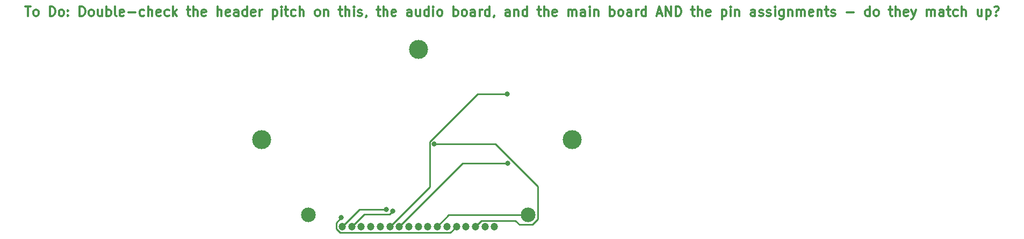
<source format=gbr>
%TF.GenerationSoftware,KiCad,Pcbnew,7.0.2-0*%
%TF.CreationDate,2023-11-12T18:26:11-05:00*%
%TF.ProjectId,LCD Module,4c434420-4d6f-4647-956c-652e6b696361,rev?*%
%TF.SameCoordinates,Original*%
%TF.FileFunction,Copper,L1,Top*%
%TF.FilePolarity,Positive*%
%FSLAX46Y46*%
G04 Gerber Fmt 4.6, Leading zero omitted, Abs format (unit mm)*
G04 Created by KiCad (PCBNEW 7.0.2-0) date 2023-11-12 18:26:11*
%MOMM*%
%LPD*%
G01*
G04 APERTURE LIST*
%ADD10C,0.300000*%
%TA.AperFunction,NonConductor*%
%ADD11C,0.300000*%
%TD*%
%TA.AperFunction,ComponentPad*%
%ADD12C,1.200000*%
%TD*%
%TA.AperFunction,ComponentPad*%
%ADD13C,2.310000*%
%TD*%
%TA.AperFunction,ViaPad*%
%ADD14C,3.000000*%
%TD*%
%TA.AperFunction,ViaPad*%
%ADD15C,0.800000*%
%TD*%
%TA.AperFunction,Conductor*%
%ADD16C,0.250000*%
%TD*%
G04 APERTURE END LIST*
D10*
D11*
X61102857Y-59276428D02*
X61960000Y-59276428D01*
X61531428Y-60776428D02*
X61531428Y-59276428D01*
X62674285Y-60776428D02*
X62531428Y-60705000D01*
X62531428Y-60705000D02*
X62459999Y-60633571D01*
X62459999Y-60633571D02*
X62388571Y-60490714D01*
X62388571Y-60490714D02*
X62388571Y-60062142D01*
X62388571Y-60062142D02*
X62459999Y-59919285D01*
X62459999Y-59919285D02*
X62531428Y-59847857D01*
X62531428Y-59847857D02*
X62674285Y-59776428D01*
X62674285Y-59776428D02*
X62888571Y-59776428D01*
X62888571Y-59776428D02*
X63031428Y-59847857D01*
X63031428Y-59847857D02*
X63102857Y-59919285D01*
X63102857Y-59919285D02*
X63174285Y-60062142D01*
X63174285Y-60062142D02*
X63174285Y-60490714D01*
X63174285Y-60490714D02*
X63102857Y-60633571D01*
X63102857Y-60633571D02*
X63031428Y-60705000D01*
X63031428Y-60705000D02*
X62888571Y-60776428D01*
X62888571Y-60776428D02*
X62674285Y-60776428D01*
X64959999Y-60776428D02*
X64959999Y-59276428D01*
X64959999Y-59276428D02*
X65317142Y-59276428D01*
X65317142Y-59276428D02*
X65531428Y-59347857D01*
X65531428Y-59347857D02*
X65674285Y-59490714D01*
X65674285Y-59490714D02*
X65745714Y-59633571D01*
X65745714Y-59633571D02*
X65817142Y-59919285D01*
X65817142Y-59919285D02*
X65817142Y-60133571D01*
X65817142Y-60133571D02*
X65745714Y-60419285D01*
X65745714Y-60419285D02*
X65674285Y-60562142D01*
X65674285Y-60562142D02*
X65531428Y-60705000D01*
X65531428Y-60705000D02*
X65317142Y-60776428D01*
X65317142Y-60776428D02*
X64959999Y-60776428D01*
X66674285Y-60776428D02*
X66531428Y-60705000D01*
X66531428Y-60705000D02*
X66459999Y-60633571D01*
X66459999Y-60633571D02*
X66388571Y-60490714D01*
X66388571Y-60490714D02*
X66388571Y-60062142D01*
X66388571Y-60062142D02*
X66459999Y-59919285D01*
X66459999Y-59919285D02*
X66531428Y-59847857D01*
X66531428Y-59847857D02*
X66674285Y-59776428D01*
X66674285Y-59776428D02*
X66888571Y-59776428D01*
X66888571Y-59776428D02*
X67031428Y-59847857D01*
X67031428Y-59847857D02*
X67102857Y-59919285D01*
X67102857Y-59919285D02*
X67174285Y-60062142D01*
X67174285Y-60062142D02*
X67174285Y-60490714D01*
X67174285Y-60490714D02*
X67102857Y-60633571D01*
X67102857Y-60633571D02*
X67031428Y-60705000D01*
X67031428Y-60705000D02*
X66888571Y-60776428D01*
X66888571Y-60776428D02*
X66674285Y-60776428D01*
X67817142Y-60633571D02*
X67888571Y-60705000D01*
X67888571Y-60705000D02*
X67817142Y-60776428D01*
X67817142Y-60776428D02*
X67745714Y-60705000D01*
X67745714Y-60705000D02*
X67817142Y-60633571D01*
X67817142Y-60633571D02*
X67817142Y-60776428D01*
X67817142Y-59847857D02*
X67888571Y-59919285D01*
X67888571Y-59919285D02*
X67817142Y-59990714D01*
X67817142Y-59990714D02*
X67745714Y-59919285D01*
X67745714Y-59919285D02*
X67817142Y-59847857D01*
X67817142Y-59847857D02*
X67817142Y-59990714D01*
X69674285Y-60776428D02*
X69674285Y-59276428D01*
X69674285Y-59276428D02*
X70031428Y-59276428D01*
X70031428Y-59276428D02*
X70245714Y-59347857D01*
X70245714Y-59347857D02*
X70388571Y-59490714D01*
X70388571Y-59490714D02*
X70460000Y-59633571D01*
X70460000Y-59633571D02*
X70531428Y-59919285D01*
X70531428Y-59919285D02*
X70531428Y-60133571D01*
X70531428Y-60133571D02*
X70460000Y-60419285D01*
X70460000Y-60419285D02*
X70388571Y-60562142D01*
X70388571Y-60562142D02*
X70245714Y-60705000D01*
X70245714Y-60705000D02*
X70031428Y-60776428D01*
X70031428Y-60776428D02*
X69674285Y-60776428D01*
X71388571Y-60776428D02*
X71245714Y-60705000D01*
X71245714Y-60705000D02*
X71174285Y-60633571D01*
X71174285Y-60633571D02*
X71102857Y-60490714D01*
X71102857Y-60490714D02*
X71102857Y-60062142D01*
X71102857Y-60062142D02*
X71174285Y-59919285D01*
X71174285Y-59919285D02*
X71245714Y-59847857D01*
X71245714Y-59847857D02*
X71388571Y-59776428D01*
X71388571Y-59776428D02*
X71602857Y-59776428D01*
X71602857Y-59776428D02*
X71745714Y-59847857D01*
X71745714Y-59847857D02*
X71817143Y-59919285D01*
X71817143Y-59919285D02*
X71888571Y-60062142D01*
X71888571Y-60062142D02*
X71888571Y-60490714D01*
X71888571Y-60490714D02*
X71817143Y-60633571D01*
X71817143Y-60633571D02*
X71745714Y-60705000D01*
X71745714Y-60705000D02*
X71602857Y-60776428D01*
X71602857Y-60776428D02*
X71388571Y-60776428D01*
X73174286Y-59776428D02*
X73174286Y-60776428D01*
X72531428Y-59776428D02*
X72531428Y-60562142D01*
X72531428Y-60562142D02*
X72602857Y-60705000D01*
X72602857Y-60705000D02*
X72745714Y-60776428D01*
X72745714Y-60776428D02*
X72960000Y-60776428D01*
X72960000Y-60776428D02*
X73102857Y-60705000D01*
X73102857Y-60705000D02*
X73174286Y-60633571D01*
X73888571Y-60776428D02*
X73888571Y-59276428D01*
X73888571Y-59847857D02*
X74031429Y-59776428D01*
X74031429Y-59776428D02*
X74317143Y-59776428D01*
X74317143Y-59776428D02*
X74460000Y-59847857D01*
X74460000Y-59847857D02*
X74531429Y-59919285D01*
X74531429Y-59919285D02*
X74602857Y-60062142D01*
X74602857Y-60062142D02*
X74602857Y-60490714D01*
X74602857Y-60490714D02*
X74531429Y-60633571D01*
X74531429Y-60633571D02*
X74460000Y-60705000D01*
X74460000Y-60705000D02*
X74317143Y-60776428D01*
X74317143Y-60776428D02*
X74031429Y-60776428D01*
X74031429Y-60776428D02*
X73888571Y-60705000D01*
X75460000Y-60776428D02*
X75317143Y-60705000D01*
X75317143Y-60705000D02*
X75245714Y-60562142D01*
X75245714Y-60562142D02*
X75245714Y-59276428D01*
X76602857Y-60705000D02*
X76460000Y-60776428D01*
X76460000Y-60776428D02*
X76174286Y-60776428D01*
X76174286Y-60776428D02*
X76031428Y-60705000D01*
X76031428Y-60705000D02*
X75960000Y-60562142D01*
X75960000Y-60562142D02*
X75960000Y-59990714D01*
X75960000Y-59990714D02*
X76031428Y-59847857D01*
X76031428Y-59847857D02*
X76174286Y-59776428D01*
X76174286Y-59776428D02*
X76460000Y-59776428D01*
X76460000Y-59776428D02*
X76602857Y-59847857D01*
X76602857Y-59847857D02*
X76674286Y-59990714D01*
X76674286Y-59990714D02*
X76674286Y-60133571D01*
X76674286Y-60133571D02*
X75960000Y-60276428D01*
X77317142Y-60205000D02*
X78460000Y-60205000D01*
X79817143Y-60705000D02*
X79674285Y-60776428D01*
X79674285Y-60776428D02*
X79388571Y-60776428D01*
X79388571Y-60776428D02*
X79245714Y-60705000D01*
X79245714Y-60705000D02*
X79174285Y-60633571D01*
X79174285Y-60633571D02*
X79102857Y-60490714D01*
X79102857Y-60490714D02*
X79102857Y-60062142D01*
X79102857Y-60062142D02*
X79174285Y-59919285D01*
X79174285Y-59919285D02*
X79245714Y-59847857D01*
X79245714Y-59847857D02*
X79388571Y-59776428D01*
X79388571Y-59776428D02*
X79674285Y-59776428D01*
X79674285Y-59776428D02*
X79817143Y-59847857D01*
X80459999Y-60776428D02*
X80459999Y-59276428D01*
X81102857Y-60776428D02*
X81102857Y-59990714D01*
X81102857Y-59990714D02*
X81031428Y-59847857D01*
X81031428Y-59847857D02*
X80888571Y-59776428D01*
X80888571Y-59776428D02*
X80674285Y-59776428D01*
X80674285Y-59776428D02*
X80531428Y-59847857D01*
X80531428Y-59847857D02*
X80459999Y-59919285D01*
X82388571Y-60705000D02*
X82245714Y-60776428D01*
X82245714Y-60776428D02*
X81960000Y-60776428D01*
X81960000Y-60776428D02*
X81817142Y-60705000D01*
X81817142Y-60705000D02*
X81745714Y-60562142D01*
X81745714Y-60562142D02*
X81745714Y-59990714D01*
X81745714Y-59990714D02*
X81817142Y-59847857D01*
X81817142Y-59847857D02*
X81960000Y-59776428D01*
X81960000Y-59776428D02*
X82245714Y-59776428D01*
X82245714Y-59776428D02*
X82388571Y-59847857D01*
X82388571Y-59847857D02*
X82460000Y-59990714D01*
X82460000Y-59990714D02*
X82460000Y-60133571D01*
X82460000Y-60133571D02*
X81745714Y-60276428D01*
X83745714Y-60705000D02*
X83602856Y-60776428D01*
X83602856Y-60776428D02*
X83317142Y-60776428D01*
X83317142Y-60776428D02*
X83174285Y-60705000D01*
X83174285Y-60705000D02*
X83102856Y-60633571D01*
X83102856Y-60633571D02*
X83031428Y-60490714D01*
X83031428Y-60490714D02*
X83031428Y-60062142D01*
X83031428Y-60062142D02*
X83102856Y-59919285D01*
X83102856Y-59919285D02*
X83174285Y-59847857D01*
X83174285Y-59847857D02*
X83317142Y-59776428D01*
X83317142Y-59776428D02*
X83602856Y-59776428D01*
X83602856Y-59776428D02*
X83745714Y-59847857D01*
X84388570Y-60776428D02*
X84388570Y-59276428D01*
X84531428Y-60205000D02*
X84959999Y-60776428D01*
X84959999Y-59776428D02*
X84388570Y-60347857D01*
X86531428Y-59776428D02*
X87102856Y-59776428D01*
X86745713Y-59276428D02*
X86745713Y-60562142D01*
X86745713Y-60562142D02*
X86817142Y-60705000D01*
X86817142Y-60705000D02*
X86959999Y-60776428D01*
X86959999Y-60776428D02*
X87102856Y-60776428D01*
X87602856Y-60776428D02*
X87602856Y-59276428D01*
X88245714Y-60776428D02*
X88245714Y-59990714D01*
X88245714Y-59990714D02*
X88174285Y-59847857D01*
X88174285Y-59847857D02*
X88031428Y-59776428D01*
X88031428Y-59776428D02*
X87817142Y-59776428D01*
X87817142Y-59776428D02*
X87674285Y-59847857D01*
X87674285Y-59847857D02*
X87602856Y-59919285D01*
X89531428Y-60705000D02*
X89388571Y-60776428D01*
X89388571Y-60776428D02*
X89102857Y-60776428D01*
X89102857Y-60776428D02*
X88959999Y-60705000D01*
X88959999Y-60705000D02*
X88888571Y-60562142D01*
X88888571Y-60562142D02*
X88888571Y-59990714D01*
X88888571Y-59990714D02*
X88959999Y-59847857D01*
X88959999Y-59847857D02*
X89102857Y-59776428D01*
X89102857Y-59776428D02*
X89388571Y-59776428D01*
X89388571Y-59776428D02*
X89531428Y-59847857D01*
X89531428Y-59847857D02*
X89602857Y-59990714D01*
X89602857Y-59990714D02*
X89602857Y-60133571D01*
X89602857Y-60133571D02*
X88888571Y-60276428D01*
X91388570Y-60776428D02*
X91388570Y-59276428D01*
X92031428Y-60776428D02*
X92031428Y-59990714D01*
X92031428Y-59990714D02*
X91959999Y-59847857D01*
X91959999Y-59847857D02*
X91817142Y-59776428D01*
X91817142Y-59776428D02*
X91602856Y-59776428D01*
X91602856Y-59776428D02*
X91459999Y-59847857D01*
X91459999Y-59847857D02*
X91388570Y-59919285D01*
X93317142Y-60705000D02*
X93174285Y-60776428D01*
X93174285Y-60776428D02*
X92888571Y-60776428D01*
X92888571Y-60776428D02*
X92745713Y-60705000D01*
X92745713Y-60705000D02*
X92674285Y-60562142D01*
X92674285Y-60562142D02*
X92674285Y-59990714D01*
X92674285Y-59990714D02*
X92745713Y-59847857D01*
X92745713Y-59847857D02*
X92888571Y-59776428D01*
X92888571Y-59776428D02*
X93174285Y-59776428D01*
X93174285Y-59776428D02*
X93317142Y-59847857D01*
X93317142Y-59847857D02*
X93388571Y-59990714D01*
X93388571Y-59990714D02*
X93388571Y-60133571D01*
X93388571Y-60133571D02*
X92674285Y-60276428D01*
X94674285Y-60776428D02*
X94674285Y-59990714D01*
X94674285Y-59990714D02*
X94602856Y-59847857D01*
X94602856Y-59847857D02*
X94459999Y-59776428D01*
X94459999Y-59776428D02*
X94174285Y-59776428D01*
X94174285Y-59776428D02*
X94031427Y-59847857D01*
X94674285Y-60705000D02*
X94531427Y-60776428D01*
X94531427Y-60776428D02*
X94174285Y-60776428D01*
X94174285Y-60776428D02*
X94031427Y-60705000D01*
X94031427Y-60705000D02*
X93959999Y-60562142D01*
X93959999Y-60562142D02*
X93959999Y-60419285D01*
X93959999Y-60419285D02*
X94031427Y-60276428D01*
X94031427Y-60276428D02*
X94174285Y-60205000D01*
X94174285Y-60205000D02*
X94531427Y-60205000D01*
X94531427Y-60205000D02*
X94674285Y-60133571D01*
X96031428Y-60776428D02*
X96031428Y-59276428D01*
X96031428Y-60705000D02*
X95888570Y-60776428D01*
X95888570Y-60776428D02*
X95602856Y-60776428D01*
X95602856Y-60776428D02*
X95459999Y-60705000D01*
X95459999Y-60705000D02*
X95388570Y-60633571D01*
X95388570Y-60633571D02*
X95317142Y-60490714D01*
X95317142Y-60490714D02*
X95317142Y-60062142D01*
X95317142Y-60062142D02*
X95388570Y-59919285D01*
X95388570Y-59919285D02*
X95459999Y-59847857D01*
X95459999Y-59847857D02*
X95602856Y-59776428D01*
X95602856Y-59776428D02*
X95888570Y-59776428D01*
X95888570Y-59776428D02*
X96031428Y-59847857D01*
X97317142Y-60705000D02*
X97174285Y-60776428D01*
X97174285Y-60776428D02*
X96888571Y-60776428D01*
X96888571Y-60776428D02*
X96745713Y-60705000D01*
X96745713Y-60705000D02*
X96674285Y-60562142D01*
X96674285Y-60562142D02*
X96674285Y-59990714D01*
X96674285Y-59990714D02*
X96745713Y-59847857D01*
X96745713Y-59847857D02*
X96888571Y-59776428D01*
X96888571Y-59776428D02*
X97174285Y-59776428D01*
X97174285Y-59776428D02*
X97317142Y-59847857D01*
X97317142Y-59847857D02*
X97388571Y-59990714D01*
X97388571Y-59990714D02*
X97388571Y-60133571D01*
X97388571Y-60133571D02*
X96674285Y-60276428D01*
X98031427Y-60776428D02*
X98031427Y-59776428D01*
X98031427Y-60062142D02*
X98102856Y-59919285D01*
X98102856Y-59919285D02*
X98174285Y-59847857D01*
X98174285Y-59847857D02*
X98317142Y-59776428D01*
X98317142Y-59776428D02*
X98459999Y-59776428D01*
X100102855Y-59776428D02*
X100102855Y-61276428D01*
X100102855Y-59847857D02*
X100245713Y-59776428D01*
X100245713Y-59776428D02*
X100531427Y-59776428D01*
X100531427Y-59776428D02*
X100674284Y-59847857D01*
X100674284Y-59847857D02*
X100745713Y-59919285D01*
X100745713Y-59919285D02*
X100817141Y-60062142D01*
X100817141Y-60062142D02*
X100817141Y-60490714D01*
X100817141Y-60490714D02*
X100745713Y-60633571D01*
X100745713Y-60633571D02*
X100674284Y-60705000D01*
X100674284Y-60705000D02*
X100531427Y-60776428D01*
X100531427Y-60776428D02*
X100245713Y-60776428D01*
X100245713Y-60776428D02*
X100102855Y-60705000D01*
X101459998Y-60776428D02*
X101459998Y-59776428D01*
X101459998Y-59276428D02*
X101388570Y-59347857D01*
X101388570Y-59347857D02*
X101459998Y-59419285D01*
X101459998Y-59419285D02*
X101531427Y-59347857D01*
X101531427Y-59347857D02*
X101459998Y-59276428D01*
X101459998Y-59276428D02*
X101459998Y-59419285D01*
X101959999Y-59776428D02*
X102531427Y-59776428D01*
X102174284Y-59276428D02*
X102174284Y-60562142D01*
X102174284Y-60562142D02*
X102245713Y-60705000D01*
X102245713Y-60705000D02*
X102388570Y-60776428D01*
X102388570Y-60776428D02*
X102531427Y-60776428D01*
X103674285Y-60705000D02*
X103531427Y-60776428D01*
X103531427Y-60776428D02*
X103245713Y-60776428D01*
X103245713Y-60776428D02*
X103102856Y-60705000D01*
X103102856Y-60705000D02*
X103031427Y-60633571D01*
X103031427Y-60633571D02*
X102959999Y-60490714D01*
X102959999Y-60490714D02*
X102959999Y-60062142D01*
X102959999Y-60062142D02*
X103031427Y-59919285D01*
X103031427Y-59919285D02*
X103102856Y-59847857D01*
X103102856Y-59847857D02*
X103245713Y-59776428D01*
X103245713Y-59776428D02*
X103531427Y-59776428D01*
X103531427Y-59776428D02*
X103674285Y-59847857D01*
X104317141Y-60776428D02*
X104317141Y-59276428D01*
X104959999Y-60776428D02*
X104959999Y-59990714D01*
X104959999Y-59990714D02*
X104888570Y-59847857D01*
X104888570Y-59847857D02*
X104745713Y-59776428D01*
X104745713Y-59776428D02*
X104531427Y-59776428D01*
X104531427Y-59776428D02*
X104388570Y-59847857D01*
X104388570Y-59847857D02*
X104317141Y-59919285D01*
X107031427Y-60776428D02*
X106888570Y-60705000D01*
X106888570Y-60705000D02*
X106817141Y-60633571D01*
X106817141Y-60633571D02*
X106745713Y-60490714D01*
X106745713Y-60490714D02*
X106745713Y-60062142D01*
X106745713Y-60062142D02*
X106817141Y-59919285D01*
X106817141Y-59919285D02*
X106888570Y-59847857D01*
X106888570Y-59847857D02*
X107031427Y-59776428D01*
X107031427Y-59776428D02*
X107245713Y-59776428D01*
X107245713Y-59776428D02*
X107388570Y-59847857D01*
X107388570Y-59847857D02*
X107459999Y-59919285D01*
X107459999Y-59919285D02*
X107531427Y-60062142D01*
X107531427Y-60062142D02*
X107531427Y-60490714D01*
X107531427Y-60490714D02*
X107459999Y-60633571D01*
X107459999Y-60633571D02*
X107388570Y-60705000D01*
X107388570Y-60705000D02*
X107245713Y-60776428D01*
X107245713Y-60776428D02*
X107031427Y-60776428D01*
X108174284Y-59776428D02*
X108174284Y-60776428D01*
X108174284Y-59919285D02*
X108245713Y-59847857D01*
X108245713Y-59847857D02*
X108388570Y-59776428D01*
X108388570Y-59776428D02*
X108602856Y-59776428D01*
X108602856Y-59776428D02*
X108745713Y-59847857D01*
X108745713Y-59847857D02*
X108817142Y-59990714D01*
X108817142Y-59990714D02*
X108817142Y-60776428D01*
X110459999Y-59776428D02*
X111031427Y-59776428D01*
X110674284Y-59276428D02*
X110674284Y-60562142D01*
X110674284Y-60562142D02*
X110745713Y-60705000D01*
X110745713Y-60705000D02*
X110888570Y-60776428D01*
X110888570Y-60776428D02*
X111031427Y-60776428D01*
X111531427Y-60776428D02*
X111531427Y-59276428D01*
X112174285Y-60776428D02*
X112174285Y-59990714D01*
X112174285Y-59990714D02*
X112102856Y-59847857D01*
X112102856Y-59847857D02*
X111959999Y-59776428D01*
X111959999Y-59776428D02*
X111745713Y-59776428D01*
X111745713Y-59776428D02*
X111602856Y-59847857D01*
X111602856Y-59847857D02*
X111531427Y-59919285D01*
X112888570Y-60776428D02*
X112888570Y-59776428D01*
X112888570Y-59276428D02*
X112817142Y-59347857D01*
X112817142Y-59347857D02*
X112888570Y-59419285D01*
X112888570Y-59419285D02*
X112959999Y-59347857D01*
X112959999Y-59347857D02*
X112888570Y-59276428D01*
X112888570Y-59276428D02*
X112888570Y-59419285D01*
X113531428Y-60705000D02*
X113674285Y-60776428D01*
X113674285Y-60776428D02*
X113959999Y-60776428D01*
X113959999Y-60776428D02*
X114102856Y-60705000D01*
X114102856Y-60705000D02*
X114174285Y-60562142D01*
X114174285Y-60562142D02*
X114174285Y-60490714D01*
X114174285Y-60490714D02*
X114102856Y-60347857D01*
X114102856Y-60347857D02*
X113959999Y-60276428D01*
X113959999Y-60276428D02*
X113745714Y-60276428D01*
X113745714Y-60276428D02*
X113602856Y-60205000D01*
X113602856Y-60205000D02*
X113531428Y-60062142D01*
X113531428Y-60062142D02*
X113531428Y-59990714D01*
X113531428Y-59990714D02*
X113602856Y-59847857D01*
X113602856Y-59847857D02*
X113745714Y-59776428D01*
X113745714Y-59776428D02*
X113959999Y-59776428D01*
X113959999Y-59776428D02*
X114102856Y-59847857D01*
X114888571Y-60705000D02*
X114888571Y-60776428D01*
X114888571Y-60776428D02*
X114817142Y-60919285D01*
X114817142Y-60919285D02*
X114745714Y-60990714D01*
X116460000Y-59776428D02*
X117031428Y-59776428D01*
X116674285Y-59276428D02*
X116674285Y-60562142D01*
X116674285Y-60562142D02*
X116745714Y-60705000D01*
X116745714Y-60705000D02*
X116888571Y-60776428D01*
X116888571Y-60776428D02*
X117031428Y-60776428D01*
X117531428Y-60776428D02*
X117531428Y-59276428D01*
X118174286Y-60776428D02*
X118174286Y-59990714D01*
X118174286Y-59990714D02*
X118102857Y-59847857D01*
X118102857Y-59847857D02*
X117960000Y-59776428D01*
X117960000Y-59776428D02*
X117745714Y-59776428D01*
X117745714Y-59776428D02*
X117602857Y-59847857D01*
X117602857Y-59847857D02*
X117531428Y-59919285D01*
X119460000Y-60705000D02*
X119317143Y-60776428D01*
X119317143Y-60776428D02*
X119031429Y-60776428D01*
X119031429Y-60776428D02*
X118888571Y-60705000D01*
X118888571Y-60705000D02*
X118817143Y-60562142D01*
X118817143Y-60562142D02*
X118817143Y-59990714D01*
X118817143Y-59990714D02*
X118888571Y-59847857D01*
X118888571Y-59847857D02*
X119031429Y-59776428D01*
X119031429Y-59776428D02*
X119317143Y-59776428D01*
X119317143Y-59776428D02*
X119460000Y-59847857D01*
X119460000Y-59847857D02*
X119531429Y-59990714D01*
X119531429Y-59990714D02*
X119531429Y-60133571D01*
X119531429Y-60133571D02*
X118817143Y-60276428D01*
X121960000Y-60776428D02*
X121960000Y-59990714D01*
X121960000Y-59990714D02*
X121888571Y-59847857D01*
X121888571Y-59847857D02*
X121745714Y-59776428D01*
X121745714Y-59776428D02*
X121460000Y-59776428D01*
X121460000Y-59776428D02*
X121317142Y-59847857D01*
X121960000Y-60705000D02*
X121817142Y-60776428D01*
X121817142Y-60776428D02*
X121460000Y-60776428D01*
X121460000Y-60776428D02*
X121317142Y-60705000D01*
X121317142Y-60705000D02*
X121245714Y-60562142D01*
X121245714Y-60562142D02*
X121245714Y-60419285D01*
X121245714Y-60419285D02*
X121317142Y-60276428D01*
X121317142Y-60276428D02*
X121460000Y-60205000D01*
X121460000Y-60205000D02*
X121817142Y-60205000D01*
X121817142Y-60205000D02*
X121960000Y-60133571D01*
X123317143Y-59776428D02*
X123317143Y-60776428D01*
X122674285Y-59776428D02*
X122674285Y-60562142D01*
X122674285Y-60562142D02*
X122745714Y-60705000D01*
X122745714Y-60705000D02*
X122888571Y-60776428D01*
X122888571Y-60776428D02*
X123102857Y-60776428D01*
X123102857Y-60776428D02*
X123245714Y-60705000D01*
X123245714Y-60705000D02*
X123317143Y-60633571D01*
X124674286Y-60776428D02*
X124674286Y-59276428D01*
X124674286Y-60705000D02*
X124531428Y-60776428D01*
X124531428Y-60776428D02*
X124245714Y-60776428D01*
X124245714Y-60776428D02*
X124102857Y-60705000D01*
X124102857Y-60705000D02*
X124031428Y-60633571D01*
X124031428Y-60633571D02*
X123960000Y-60490714D01*
X123960000Y-60490714D02*
X123960000Y-60062142D01*
X123960000Y-60062142D02*
X124031428Y-59919285D01*
X124031428Y-59919285D02*
X124102857Y-59847857D01*
X124102857Y-59847857D02*
X124245714Y-59776428D01*
X124245714Y-59776428D02*
X124531428Y-59776428D01*
X124531428Y-59776428D02*
X124674286Y-59847857D01*
X125388571Y-60776428D02*
X125388571Y-59776428D01*
X125388571Y-59276428D02*
X125317143Y-59347857D01*
X125317143Y-59347857D02*
X125388571Y-59419285D01*
X125388571Y-59419285D02*
X125460000Y-59347857D01*
X125460000Y-59347857D02*
X125388571Y-59276428D01*
X125388571Y-59276428D02*
X125388571Y-59419285D01*
X126317143Y-60776428D02*
X126174286Y-60705000D01*
X126174286Y-60705000D02*
X126102857Y-60633571D01*
X126102857Y-60633571D02*
X126031429Y-60490714D01*
X126031429Y-60490714D02*
X126031429Y-60062142D01*
X126031429Y-60062142D02*
X126102857Y-59919285D01*
X126102857Y-59919285D02*
X126174286Y-59847857D01*
X126174286Y-59847857D02*
X126317143Y-59776428D01*
X126317143Y-59776428D02*
X126531429Y-59776428D01*
X126531429Y-59776428D02*
X126674286Y-59847857D01*
X126674286Y-59847857D02*
X126745715Y-59919285D01*
X126745715Y-59919285D02*
X126817143Y-60062142D01*
X126817143Y-60062142D02*
X126817143Y-60490714D01*
X126817143Y-60490714D02*
X126745715Y-60633571D01*
X126745715Y-60633571D02*
X126674286Y-60705000D01*
X126674286Y-60705000D02*
X126531429Y-60776428D01*
X126531429Y-60776428D02*
X126317143Y-60776428D01*
X128602857Y-60776428D02*
X128602857Y-59276428D01*
X128602857Y-59847857D02*
X128745715Y-59776428D01*
X128745715Y-59776428D02*
X129031429Y-59776428D01*
X129031429Y-59776428D02*
X129174286Y-59847857D01*
X129174286Y-59847857D02*
X129245715Y-59919285D01*
X129245715Y-59919285D02*
X129317143Y-60062142D01*
X129317143Y-60062142D02*
X129317143Y-60490714D01*
X129317143Y-60490714D02*
X129245715Y-60633571D01*
X129245715Y-60633571D02*
X129174286Y-60705000D01*
X129174286Y-60705000D02*
X129031429Y-60776428D01*
X129031429Y-60776428D02*
X128745715Y-60776428D01*
X128745715Y-60776428D02*
X128602857Y-60705000D01*
X130174286Y-60776428D02*
X130031429Y-60705000D01*
X130031429Y-60705000D02*
X129960000Y-60633571D01*
X129960000Y-60633571D02*
X129888572Y-60490714D01*
X129888572Y-60490714D02*
X129888572Y-60062142D01*
X129888572Y-60062142D02*
X129960000Y-59919285D01*
X129960000Y-59919285D02*
X130031429Y-59847857D01*
X130031429Y-59847857D02*
X130174286Y-59776428D01*
X130174286Y-59776428D02*
X130388572Y-59776428D01*
X130388572Y-59776428D02*
X130531429Y-59847857D01*
X130531429Y-59847857D02*
X130602858Y-59919285D01*
X130602858Y-59919285D02*
X130674286Y-60062142D01*
X130674286Y-60062142D02*
X130674286Y-60490714D01*
X130674286Y-60490714D02*
X130602858Y-60633571D01*
X130602858Y-60633571D02*
X130531429Y-60705000D01*
X130531429Y-60705000D02*
X130388572Y-60776428D01*
X130388572Y-60776428D02*
X130174286Y-60776428D01*
X131960001Y-60776428D02*
X131960001Y-59990714D01*
X131960001Y-59990714D02*
X131888572Y-59847857D01*
X131888572Y-59847857D02*
X131745715Y-59776428D01*
X131745715Y-59776428D02*
X131460001Y-59776428D01*
X131460001Y-59776428D02*
X131317143Y-59847857D01*
X131960001Y-60705000D02*
X131817143Y-60776428D01*
X131817143Y-60776428D02*
X131460001Y-60776428D01*
X131460001Y-60776428D02*
X131317143Y-60705000D01*
X131317143Y-60705000D02*
X131245715Y-60562142D01*
X131245715Y-60562142D02*
X131245715Y-60419285D01*
X131245715Y-60419285D02*
X131317143Y-60276428D01*
X131317143Y-60276428D02*
X131460001Y-60205000D01*
X131460001Y-60205000D02*
X131817143Y-60205000D01*
X131817143Y-60205000D02*
X131960001Y-60133571D01*
X132674286Y-60776428D02*
X132674286Y-59776428D01*
X132674286Y-60062142D02*
X132745715Y-59919285D01*
X132745715Y-59919285D02*
X132817144Y-59847857D01*
X132817144Y-59847857D02*
X132960001Y-59776428D01*
X132960001Y-59776428D02*
X133102858Y-59776428D01*
X134245715Y-60776428D02*
X134245715Y-59276428D01*
X134245715Y-60705000D02*
X134102857Y-60776428D01*
X134102857Y-60776428D02*
X133817143Y-60776428D01*
X133817143Y-60776428D02*
X133674286Y-60705000D01*
X133674286Y-60705000D02*
X133602857Y-60633571D01*
X133602857Y-60633571D02*
X133531429Y-60490714D01*
X133531429Y-60490714D02*
X133531429Y-60062142D01*
X133531429Y-60062142D02*
X133602857Y-59919285D01*
X133602857Y-59919285D02*
X133674286Y-59847857D01*
X133674286Y-59847857D02*
X133817143Y-59776428D01*
X133817143Y-59776428D02*
X134102857Y-59776428D01*
X134102857Y-59776428D02*
X134245715Y-59847857D01*
X135031429Y-60705000D02*
X135031429Y-60776428D01*
X135031429Y-60776428D02*
X134960000Y-60919285D01*
X134960000Y-60919285D02*
X134888572Y-60990714D01*
X137460001Y-60776428D02*
X137460001Y-59990714D01*
X137460001Y-59990714D02*
X137388572Y-59847857D01*
X137388572Y-59847857D02*
X137245715Y-59776428D01*
X137245715Y-59776428D02*
X136960001Y-59776428D01*
X136960001Y-59776428D02*
X136817143Y-59847857D01*
X137460001Y-60705000D02*
X137317143Y-60776428D01*
X137317143Y-60776428D02*
X136960001Y-60776428D01*
X136960001Y-60776428D02*
X136817143Y-60705000D01*
X136817143Y-60705000D02*
X136745715Y-60562142D01*
X136745715Y-60562142D02*
X136745715Y-60419285D01*
X136745715Y-60419285D02*
X136817143Y-60276428D01*
X136817143Y-60276428D02*
X136960001Y-60205000D01*
X136960001Y-60205000D02*
X137317143Y-60205000D01*
X137317143Y-60205000D02*
X137460001Y-60133571D01*
X138174286Y-59776428D02*
X138174286Y-60776428D01*
X138174286Y-59919285D02*
X138245715Y-59847857D01*
X138245715Y-59847857D02*
X138388572Y-59776428D01*
X138388572Y-59776428D02*
X138602858Y-59776428D01*
X138602858Y-59776428D02*
X138745715Y-59847857D01*
X138745715Y-59847857D02*
X138817144Y-59990714D01*
X138817144Y-59990714D02*
X138817144Y-60776428D01*
X140174287Y-60776428D02*
X140174287Y-59276428D01*
X140174287Y-60705000D02*
X140031429Y-60776428D01*
X140031429Y-60776428D02*
X139745715Y-60776428D01*
X139745715Y-60776428D02*
X139602858Y-60705000D01*
X139602858Y-60705000D02*
X139531429Y-60633571D01*
X139531429Y-60633571D02*
X139460001Y-60490714D01*
X139460001Y-60490714D02*
X139460001Y-60062142D01*
X139460001Y-60062142D02*
X139531429Y-59919285D01*
X139531429Y-59919285D02*
X139602858Y-59847857D01*
X139602858Y-59847857D02*
X139745715Y-59776428D01*
X139745715Y-59776428D02*
X140031429Y-59776428D01*
X140031429Y-59776428D02*
X140174287Y-59847857D01*
X141817144Y-59776428D02*
X142388572Y-59776428D01*
X142031429Y-59276428D02*
X142031429Y-60562142D01*
X142031429Y-60562142D02*
X142102858Y-60705000D01*
X142102858Y-60705000D02*
X142245715Y-60776428D01*
X142245715Y-60776428D02*
X142388572Y-60776428D01*
X142888572Y-60776428D02*
X142888572Y-59276428D01*
X143531430Y-60776428D02*
X143531430Y-59990714D01*
X143531430Y-59990714D02*
X143460001Y-59847857D01*
X143460001Y-59847857D02*
X143317144Y-59776428D01*
X143317144Y-59776428D02*
X143102858Y-59776428D01*
X143102858Y-59776428D02*
X142960001Y-59847857D01*
X142960001Y-59847857D02*
X142888572Y-59919285D01*
X144817144Y-60705000D02*
X144674287Y-60776428D01*
X144674287Y-60776428D02*
X144388573Y-60776428D01*
X144388573Y-60776428D02*
X144245715Y-60705000D01*
X144245715Y-60705000D02*
X144174287Y-60562142D01*
X144174287Y-60562142D02*
X144174287Y-59990714D01*
X144174287Y-59990714D02*
X144245715Y-59847857D01*
X144245715Y-59847857D02*
X144388573Y-59776428D01*
X144388573Y-59776428D02*
X144674287Y-59776428D01*
X144674287Y-59776428D02*
X144817144Y-59847857D01*
X144817144Y-59847857D02*
X144888573Y-59990714D01*
X144888573Y-59990714D02*
X144888573Y-60133571D01*
X144888573Y-60133571D02*
X144174287Y-60276428D01*
X146674286Y-60776428D02*
X146674286Y-59776428D01*
X146674286Y-59919285D02*
X146745715Y-59847857D01*
X146745715Y-59847857D02*
X146888572Y-59776428D01*
X146888572Y-59776428D02*
X147102858Y-59776428D01*
X147102858Y-59776428D02*
X147245715Y-59847857D01*
X147245715Y-59847857D02*
X147317144Y-59990714D01*
X147317144Y-59990714D02*
X147317144Y-60776428D01*
X147317144Y-59990714D02*
X147388572Y-59847857D01*
X147388572Y-59847857D02*
X147531429Y-59776428D01*
X147531429Y-59776428D02*
X147745715Y-59776428D01*
X147745715Y-59776428D02*
X147888572Y-59847857D01*
X147888572Y-59847857D02*
X147960001Y-59990714D01*
X147960001Y-59990714D02*
X147960001Y-60776428D01*
X149317144Y-60776428D02*
X149317144Y-59990714D01*
X149317144Y-59990714D02*
X149245715Y-59847857D01*
X149245715Y-59847857D02*
X149102858Y-59776428D01*
X149102858Y-59776428D02*
X148817144Y-59776428D01*
X148817144Y-59776428D02*
X148674286Y-59847857D01*
X149317144Y-60705000D02*
X149174286Y-60776428D01*
X149174286Y-60776428D02*
X148817144Y-60776428D01*
X148817144Y-60776428D02*
X148674286Y-60705000D01*
X148674286Y-60705000D02*
X148602858Y-60562142D01*
X148602858Y-60562142D02*
X148602858Y-60419285D01*
X148602858Y-60419285D02*
X148674286Y-60276428D01*
X148674286Y-60276428D02*
X148817144Y-60205000D01*
X148817144Y-60205000D02*
X149174286Y-60205000D01*
X149174286Y-60205000D02*
X149317144Y-60133571D01*
X150031429Y-60776428D02*
X150031429Y-59776428D01*
X150031429Y-59276428D02*
X149960001Y-59347857D01*
X149960001Y-59347857D02*
X150031429Y-59419285D01*
X150031429Y-59419285D02*
X150102858Y-59347857D01*
X150102858Y-59347857D02*
X150031429Y-59276428D01*
X150031429Y-59276428D02*
X150031429Y-59419285D01*
X150745715Y-59776428D02*
X150745715Y-60776428D01*
X150745715Y-59919285D02*
X150817144Y-59847857D01*
X150817144Y-59847857D02*
X150960001Y-59776428D01*
X150960001Y-59776428D02*
X151174287Y-59776428D01*
X151174287Y-59776428D02*
X151317144Y-59847857D01*
X151317144Y-59847857D02*
X151388573Y-59990714D01*
X151388573Y-59990714D02*
X151388573Y-60776428D01*
X153245715Y-60776428D02*
X153245715Y-59276428D01*
X153245715Y-59847857D02*
X153388573Y-59776428D01*
X153388573Y-59776428D02*
X153674287Y-59776428D01*
X153674287Y-59776428D02*
X153817144Y-59847857D01*
X153817144Y-59847857D02*
X153888573Y-59919285D01*
X153888573Y-59919285D02*
X153960001Y-60062142D01*
X153960001Y-60062142D02*
X153960001Y-60490714D01*
X153960001Y-60490714D02*
X153888573Y-60633571D01*
X153888573Y-60633571D02*
X153817144Y-60705000D01*
X153817144Y-60705000D02*
X153674287Y-60776428D01*
X153674287Y-60776428D02*
X153388573Y-60776428D01*
X153388573Y-60776428D02*
X153245715Y-60705000D01*
X154817144Y-60776428D02*
X154674287Y-60705000D01*
X154674287Y-60705000D02*
X154602858Y-60633571D01*
X154602858Y-60633571D02*
X154531430Y-60490714D01*
X154531430Y-60490714D02*
X154531430Y-60062142D01*
X154531430Y-60062142D02*
X154602858Y-59919285D01*
X154602858Y-59919285D02*
X154674287Y-59847857D01*
X154674287Y-59847857D02*
X154817144Y-59776428D01*
X154817144Y-59776428D02*
X155031430Y-59776428D01*
X155031430Y-59776428D02*
X155174287Y-59847857D01*
X155174287Y-59847857D02*
X155245716Y-59919285D01*
X155245716Y-59919285D02*
X155317144Y-60062142D01*
X155317144Y-60062142D02*
X155317144Y-60490714D01*
X155317144Y-60490714D02*
X155245716Y-60633571D01*
X155245716Y-60633571D02*
X155174287Y-60705000D01*
X155174287Y-60705000D02*
X155031430Y-60776428D01*
X155031430Y-60776428D02*
X154817144Y-60776428D01*
X156602859Y-60776428D02*
X156602859Y-59990714D01*
X156602859Y-59990714D02*
X156531430Y-59847857D01*
X156531430Y-59847857D02*
X156388573Y-59776428D01*
X156388573Y-59776428D02*
X156102859Y-59776428D01*
X156102859Y-59776428D02*
X155960001Y-59847857D01*
X156602859Y-60705000D02*
X156460001Y-60776428D01*
X156460001Y-60776428D02*
X156102859Y-60776428D01*
X156102859Y-60776428D02*
X155960001Y-60705000D01*
X155960001Y-60705000D02*
X155888573Y-60562142D01*
X155888573Y-60562142D02*
X155888573Y-60419285D01*
X155888573Y-60419285D02*
X155960001Y-60276428D01*
X155960001Y-60276428D02*
X156102859Y-60205000D01*
X156102859Y-60205000D02*
X156460001Y-60205000D01*
X156460001Y-60205000D02*
X156602859Y-60133571D01*
X157317144Y-60776428D02*
X157317144Y-59776428D01*
X157317144Y-60062142D02*
X157388573Y-59919285D01*
X157388573Y-59919285D02*
X157460002Y-59847857D01*
X157460002Y-59847857D02*
X157602859Y-59776428D01*
X157602859Y-59776428D02*
X157745716Y-59776428D01*
X158888573Y-60776428D02*
X158888573Y-59276428D01*
X158888573Y-60705000D02*
X158745715Y-60776428D01*
X158745715Y-60776428D02*
X158460001Y-60776428D01*
X158460001Y-60776428D02*
X158317144Y-60705000D01*
X158317144Y-60705000D02*
X158245715Y-60633571D01*
X158245715Y-60633571D02*
X158174287Y-60490714D01*
X158174287Y-60490714D02*
X158174287Y-60062142D01*
X158174287Y-60062142D02*
X158245715Y-59919285D01*
X158245715Y-59919285D02*
X158317144Y-59847857D01*
X158317144Y-59847857D02*
X158460001Y-59776428D01*
X158460001Y-59776428D02*
X158745715Y-59776428D01*
X158745715Y-59776428D02*
X158888573Y-59847857D01*
X160674287Y-60347857D02*
X161388573Y-60347857D01*
X160531430Y-60776428D02*
X161031430Y-59276428D01*
X161031430Y-59276428D02*
X161531430Y-60776428D01*
X162031429Y-60776428D02*
X162031429Y-59276428D01*
X162031429Y-59276428D02*
X162888572Y-60776428D01*
X162888572Y-60776428D02*
X162888572Y-59276428D01*
X163602858Y-60776428D02*
X163602858Y-59276428D01*
X163602858Y-59276428D02*
X163960001Y-59276428D01*
X163960001Y-59276428D02*
X164174287Y-59347857D01*
X164174287Y-59347857D02*
X164317144Y-59490714D01*
X164317144Y-59490714D02*
X164388573Y-59633571D01*
X164388573Y-59633571D02*
X164460001Y-59919285D01*
X164460001Y-59919285D02*
X164460001Y-60133571D01*
X164460001Y-60133571D02*
X164388573Y-60419285D01*
X164388573Y-60419285D02*
X164317144Y-60562142D01*
X164317144Y-60562142D02*
X164174287Y-60705000D01*
X164174287Y-60705000D02*
X163960001Y-60776428D01*
X163960001Y-60776428D02*
X163602858Y-60776428D01*
X166031430Y-59776428D02*
X166602858Y-59776428D01*
X166245715Y-59276428D02*
X166245715Y-60562142D01*
X166245715Y-60562142D02*
X166317144Y-60705000D01*
X166317144Y-60705000D02*
X166460001Y-60776428D01*
X166460001Y-60776428D02*
X166602858Y-60776428D01*
X167102858Y-60776428D02*
X167102858Y-59276428D01*
X167745716Y-60776428D02*
X167745716Y-59990714D01*
X167745716Y-59990714D02*
X167674287Y-59847857D01*
X167674287Y-59847857D02*
X167531430Y-59776428D01*
X167531430Y-59776428D02*
X167317144Y-59776428D01*
X167317144Y-59776428D02*
X167174287Y-59847857D01*
X167174287Y-59847857D02*
X167102858Y-59919285D01*
X169031430Y-60705000D02*
X168888573Y-60776428D01*
X168888573Y-60776428D02*
X168602859Y-60776428D01*
X168602859Y-60776428D02*
X168460001Y-60705000D01*
X168460001Y-60705000D02*
X168388573Y-60562142D01*
X168388573Y-60562142D02*
X168388573Y-59990714D01*
X168388573Y-59990714D02*
X168460001Y-59847857D01*
X168460001Y-59847857D02*
X168602859Y-59776428D01*
X168602859Y-59776428D02*
X168888573Y-59776428D01*
X168888573Y-59776428D02*
X169031430Y-59847857D01*
X169031430Y-59847857D02*
X169102859Y-59990714D01*
X169102859Y-59990714D02*
X169102859Y-60133571D01*
X169102859Y-60133571D02*
X168388573Y-60276428D01*
X170888572Y-59776428D02*
X170888572Y-61276428D01*
X170888572Y-59847857D02*
X171031430Y-59776428D01*
X171031430Y-59776428D02*
X171317144Y-59776428D01*
X171317144Y-59776428D02*
X171460001Y-59847857D01*
X171460001Y-59847857D02*
X171531430Y-59919285D01*
X171531430Y-59919285D02*
X171602858Y-60062142D01*
X171602858Y-60062142D02*
X171602858Y-60490714D01*
X171602858Y-60490714D02*
X171531430Y-60633571D01*
X171531430Y-60633571D02*
X171460001Y-60705000D01*
X171460001Y-60705000D02*
X171317144Y-60776428D01*
X171317144Y-60776428D02*
X171031430Y-60776428D01*
X171031430Y-60776428D02*
X170888572Y-60705000D01*
X172245715Y-60776428D02*
X172245715Y-59776428D01*
X172245715Y-59276428D02*
X172174287Y-59347857D01*
X172174287Y-59347857D02*
X172245715Y-59419285D01*
X172245715Y-59419285D02*
X172317144Y-59347857D01*
X172317144Y-59347857D02*
X172245715Y-59276428D01*
X172245715Y-59276428D02*
X172245715Y-59419285D01*
X172960001Y-59776428D02*
X172960001Y-60776428D01*
X172960001Y-59919285D02*
X173031430Y-59847857D01*
X173031430Y-59847857D02*
X173174287Y-59776428D01*
X173174287Y-59776428D02*
X173388573Y-59776428D01*
X173388573Y-59776428D02*
X173531430Y-59847857D01*
X173531430Y-59847857D02*
X173602859Y-59990714D01*
X173602859Y-59990714D02*
X173602859Y-60776428D01*
X176102859Y-60776428D02*
X176102859Y-59990714D01*
X176102859Y-59990714D02*
X176031430Y-59847857D01*
X176031430Y-59847857D02*
X175888573Y-59776428D01*
X175888573Y-59776428D02*
X175602859Y-59776428D01*
X175602859Y-59776428D02*
X175460001Y-59847857D01*
X176102859Y-60705000D02*
X175960001Y-60776428D01*
X175960001Y-60776428D02*
X175602859Y-60776428D01*
X175602859Y-60776428D02*
X175460001Y-60705000D01*
X175460001Y-60705000D02*
X175388573Y-60562142D01*
X175388573Y-60562142D02*
X175388573Y-60419285D01*
X175388573Y-60419285D02*
X175460001Y-60276428D01*
X175460001Y-60276428D02*
X175602859Y-60205000D01*
X175602859Y-60205000D02*
X175960001Y-60205000D01*
X175960001Y-60205000D02*
X176102859Y-60133571D01*
X176745716Y-60705000D02*
X176888573Y-60776428D01*
X176888573Y-60776428D02*
X177174287Y-60776428D01*
X177174287Y-60776428D02*
X177317144Y-60705000D01*
X177317144Y-60705000D02*
X177388573Y-60562142D01*
X177388573Y-60562142D02*
X177388573Y-60490714D01*
X177388573Y-60490714D02*
X177317144Y-60347857D01*
X177317144Y-60347857D02*
X177174287Y-60276428D01*
X177174287Y-60276428D02*
X176960002Y-60276428D01*
X176960002Y-60276428D02*
X176817144Y-60205000D01*
X176817144Y-60205000D02*
X176745716Y-60062142D01*
X176745716Y-60062142D02*
X176745716Y-59990714D01*
X176745716Y-59990714D02*
X176817144Y-59847857D01*
X176817144Y-59847857D02*
X176960002Y-59776428D01*
X176960002Y-59776428D02*
X177174287Y-59776428D01*
X177174287Y-59776428D02*
X177317144Y-59847857D01*
X177960002Y-60705000D02*
X178102859Y-60776428D01*
X178102859Y-60776428D02*
X178388573Y-60776428D01*
X178388573Y-60776428D02*
X178531430Y-60705000D01*
X178531430Y-60705000D02*
X178602859Y-60562142D01*
X178602859Y-60562142D02*
X178602859Y-60490714D01*
X178602859Y-60490714D02*
X178531430Y-60347857D01*
X178531430Y-60347857D02*
X178388573Y-60276428D01*
X178388573Y-60276428D02*
X178174288Y-60276428D01*
X178174288Y-60276428D02*
X178031430Y-60205000D01*
X178031430Y-60205000D02*
X177960002Y-60062142D01*
X177960002Y-60062142D02*
X177960002Y-59990714D01*
X177960002Y-59990714D02*
X178031430Y-59847857D01*
X178031430Y-59847857D02*
X178174288Y-59776428D01*
X178174288Y-59776428D02*
X178388573Y-59776428D01*
X178388573Y-59776428D02*
X178531430Y-59847857D01*
X179245716Y-60776428D02*
X179245716Y-59776428D01*
X179245716Y-59276428D02*
X179174288Y-59347857D01*
X179174288Y-59347857D02*
X179245716Y-59419285D01*
X179245716Y-59419285D02*
X179317145Y-59347857D01*
X179317145Y-59347857D02*
X179245716Y-59276428D01*
X179245716Y-59276428D02*
X179245716Y-59419285D01*
X180602860Y-59776428D02*
X180602860Y-60990714D01*
X180602860Y-60990714D02*
X180531431Y-61133571D01*
X180531431Y-61133571D02*
X180460002Y-61205000D01*
X180460002Y-61205000D02*
X180317145Y-61276428D01*
X180317145Y-61276428D02*
X180102860Y-61276428D01*
X180102860Y-61276428D02*
X179960002Y-61205000D01*
X180602860Y-60705000D02*
X180460002Y-60776428D01*
X180460002Y-60776428D02*
X180174288Y-60776428D01*
X180174288Y-60776428D02*
X180031431Y-60705000D01*
X180031431Y-60705000D02*
X179960002Y-60633571D01*
X179960002Y-60633571D02*
X179888574Y-60490714D01*
X179888574Y-60490714D02*
X179888574Y-60062142D01*
X179888574Y-60062142D02*
X179960002Y-59919285D01*
X179960002Y-59919285D02*
X180031431Y-59847857D01*
X180031431Y-59847857D02*
X180174288Y-59776428D01*
X180174288Y-59776428D02*
X180460002Y-59776428D01*
X180460002Y-59776428D02*
X180602860Y-59847857D01*
X181317145Y-59776428D02*
X181317145Y-60776428D01*
X181317145Y-59919285D02*
X181388574Y-59847857D01*
X181388574Y-59847857D02*
X181531431Y-59776428D01*
X181531431Y-59776428D02*
X181745717Y-59776428D01*
X181745717Y-59776428D02*
X181888574Y-59847857D01*
X181888574Y-59847857D02*
X181960003Y-59990714D01*
X181960003Y-59990714D02*
X181960003Y-60776428D01*
X182674288Y-60776428D02*
X182674288Y-59776428D01*
X182674288Y-59919285D02*
X182745717Y-59847857D01*
X182745717Y-59847857D02*
X182888574Y-59776428D01*
X182888574Y-59776428D02*
X183102860Y-59776428D01*
X183102860Y-59776428D02*
X183245717Y-59847857D01*
X183245717Y-59847857D02*
X183317146Y-59990714D01*
X183317146Y-59990714D02*
X183317146Y-60776428D01*
X183317146Y-59990714D02*
X183388574Y-59847857D01*
X183388574Y-59847857D02*
X183531431Y-59776428D01*
X183531431Y-59776428D02*
X183745717Y-59776428D01*
X183745717Y-59776428D02*
X183888574Y-59847857D01*
X183888574Y-59847857D02*
X183960003Y-59990714D01*
X183960003Y-59990714D02*
X183960003Y-60776428D01*
X185245717Y-60705000D02*
X185102860Y-60776428D01*
X185102860Y-60776428D02*
X184817146Y-60776428D01*
X184817146Y-60776428D02*
X184674288Y-60705000D01*
X184674288Y-60705000D02*
X184602860Y-60562142D01*
X184602860Y-60562142D02*
X184602860Y-59990714D01*
X184602860Y-59990714D02*
X184674288Y-59847857D01*
X184674288Y-59847857D02*
X184817146Y-59776428D01*
X184817146Y-59776428D02*
X185102860Y-59776428D01*
X185102860Y-59776428D02*
X185245717Y-59847857D01*
X185245717Y-59847857D02*
X185317146Y-59990714D01*
X185317146Y-59990714D02*
X185317146Y-60133571D01*
X185317146Y-60133571D02*
X184602860Y-60276428D01*
X185960002Y-59776428D02*
X185960002Y-60776428D01*
X185960002Y-59919285D02*
X186031431Y-59847857D01*
X186031431Y-59847857D02*
X186174288Y-59776428D01*
X186174288Y-59776428D02*
X186388574Y-59776428D01*
X186388574Y-59776428D02*
X186531431Y-59847857D01*
X186531431Y-59847857D02*
X186602860Y-59990714D01*
X186602860Y-59990714D02*
X186602860Y-60776428D01*
X187102860Y-59776428D02*
X187674288Y-59776428D01*
X187317145Y-59276428D02*
X187317145Y-60562142D01*
X187317145Y-60562142D02*
X187388574Y-60705000D01*
X187388574Y-60705000D02*
X187531431Y-60776428D01*
X187531431Y-60776428D02*
X187674288Y-60776428D01*
X188102860Y-60705000D02*
X188245717Y-60776428D01*
X188245717Y-60776428D02*
X188531431Y-60776428D01*
X188531431Y-60776428D02*
X188674288Y-60705000D01*
X188674288Y-60705000D02*
X188745717Y-60562142D01*
X188745717Y-60562142D02*
X188745717Y-60490714D01*
X188745717Y-60490714D02*
X188674288Y-60347857D01*
X188674288Y-60347857D02*
X188531431Y-60276428D01*
X188531431Y-60276428D02*
X188317146Y-60276428D01*
X188317146Y-60276428D02*
X188174288Y-60205000D01*
X188174288Y-60205000D02*
X188102860Y-60062142D01*
X188102860Y-60062142D02*
X188102860Y-59990714D01*
X188102860Y-59990714D02*
X188174288Y-59847857D01*
X188174288Y-59847857D02*
X188317146Y-59776428D01*
X188317146Y-59776428D02*
X188531431Y-59776428D01*
X188531431Y-59776428D02*
X188674288Y-59847857D01*
X190531431Y-60205000D02*
X191674289Y-60205000D01*
X194174289Y-60776428D02*
X194174289Y-59276428D01*
X194174289Y-60705000D02*
X194031431Y-60776428D01*
X194031431Y-60776428D02*
X193745717Y-60776428D01*
X193745717Y-60776428D02*
X193602860Y-60705000D01*
X193602860Y-60705000D02*
X193531431Y-60633571D01*
X193531431Y-60633571D02*
X193460003Y-60490714D01*
X193460003Y-60490714D02*
X193460003Y-60062142D01*
X193460003Y-60062142D02*
X193531431Y-59919285D01*
X193531431Y-59919285D02*
X193602860Y-59847857D01*
X193602860Y-59847857D02*
X193745717Y-59776428D01*
X193745717Y-59776428D02*
X194031431Y-59776428D01*
X194031431Y-59776428D02*
X194174289Y-59847857D01*
X195102860Y-60776428D02*
X194960003Y-60705000D01*
X194960003Y-60705000D02*
X194888574Y-60633571D01*
X194888574Y-60633571D02*
X194817146Y-60490714D01*
X194817146Y-60490714D02*
X194817146Y-60062142D01*
X194817146Y-60062142D02*
X194888574Y-59919285D01*
X194888574Y-59919285D02*
X194960003Y-59847857D01*
X194960003Y-59847857D02*
X195102860Y-59776428D01*
X195102860Y-59776428D02*
X195317146Y-59776428D01*
X195317146Y-59776428D02*
X195460003Y-59847857D01*
X195460003Y-59847857D02*
X195531432Y-59919285D01*
X195531432Y-59919285D02*
X195602860Y-60062142D01*
X195602860Y-60062142D02*
X195602860Y-60490714D01*
X195602860Y-60490714D02*
X195531432Y-60633571D01*
X195531432Y-60633571D02*
X195460003Y-60705000D01*
X195460003Y-60705000D02*
X195317146Y-60776428D01*
X195317146Y-60776428D02*
X195102860Y-60776428D01*
X197174289Y-59776428D02*
X197745717Y-59776428D01*
X197388574Y-59276428D02*
X197388574Y-60562142D01*
X197388574Y-60562142D02*
X197460003Y-60705000D01*
X197460003Y-60705000D02*
X197602860Y-60776428D01*
X197602860Y-60776428D02*
X197745717Y-60776428D01*
X198245717Y-60776428D02*
X198245717Y-59276428D01*
X198888575Y-60776428D02*
X198888575Y-59990714D01*
X198888575Y-59990714D02*
X198817146Y-59847857D01*
X198817146Y-59847857D02*
X198674289Y-59776428D01*
X198674289Y-59776428D02*
X198460003Y-59776428D01*
X198460003Y-59776428D02*
X198317146Y-59847857D01*
X198317146Y-59847857D02*
X198245717Y-59919285D01*
X200174289Y-60705000D02*
X200031432Y-60776428D01*
X200031432Y-60776428D02*
X199745718Y-60776428D01*
X199745718Y-60776428D02*
X199602860Y-60705000D01*
X199602860Y-60705000D02*
X199531432Y-60562142D01*
X199531432Y-60562142D02*
X199531432Y-59990714D01*
X199531432Y-59990714D02*
X199602860Y-59847857D01*
X199602860Y-59847857D02*
X199745718Y-59776428D01*
X199745718Y-59776428D02*
X200031432Y-59776428D01*
X200031432Y-59776428D02*
X200174289Y-59847857D01*
X200174289Y-59847857D02*
X200245718Y-59990714D01*
X200245718Y-59990714D02*
X200245718Y-60133571D01*
X200245718Y-60133571D02*
X199531432Y-60276428D01*
X200745717Y-59776428D02*
X201102860Y-60776428D01*
X201460003Y-59776428D02*
X201102860Y-60776428D01*
X201102860Y-60776428D02*
X200960003Y-61133571D01*
X200960003Y-61133571D02*
X200888574Y-61205000D01*
X200888574Y-61205000D02*
X200745717Y-61276428D01*
X203174288Y-60776428D02*
X203174288Y-59776428D01*
X203174288Y-59919285D02*
X203245717Y-59847857D01*
X203245717Y-59847857D02*
X203388574Y-59776428D01*
X203388574Y-59776428D02*
X203602860Y-59776428D01*
X203602860Y-59776428D02*
X203745717Y-59847857D01*
X203745717Y-59847857D02*
X203817146Y-59990714D01*
X203817146Y-59990714D02*
X203817146Y-60776428D01*
X203817146Y-59990714D02*
X203888574Y-59847857D01*
X203888574Y-59847857D02*
X204031431Y-59776428D01*
X204031431Y-59776428D02*
X204245717Y-59776428D01*
X204245717Y-59776428D02*
X204388574Y-59847857D01*
X204388574Y-59847857D02*
X204460003Y-59990714D01*
X204460003Y-59990714D02*
X204460003Y-60776428D01*
X205817146Y-60776428D02*
X205817146Y-59990714D01*
X205817146Y-59990714D02*
X205745717Y-59847857D01*
X205745717Y-59847857D02*
X205602860Y-59776428D01*
X205602860Y-59776428D02*
X205317146Y-59776428D01*
X205317146Y-59776428D02*
X205174288Y-59847857D01*
X205817146Y-60705000D02*
X205674288Y-60776428D01*
X205674288Y-60776428D02*
X205317146Y-60776428D01*
X205317146Y-60776428D02*
X205174288Y-60705000D01*
X205174288Y-60705000D02*
X205102860Y-60562142D01*
X205102860Y-60562142D02*
X205102860Y-60419285D01*
X205102860Y-60419285D02*
X205174288Y-60276428D01*
X205174288Y-60276428D02*
X205317146Y-60205000D01*
X205317146Y-60205000D02*
X205674288Y-60205000D01*
X205674288Y-60205000D02*
X205817146Y-60133571D01*
X206317146Y-59776428D02*
X206888574Y-59776428D01*
X206531431Y-59276428D02*
X206531431Y-60562142D01*
X206531431Y-60562142D02*
X206602860Y-60705000D01*
X206602860Y-60705000D02*
X206745717Y-60776428D01*
X206745717Y-60776428D02*
X206888574Y-60776428D01*
X208031432Y-60705000D02*
X207888574Y-60776428D01*
X207888574Y-60776428D02*
X207602860Y-60776428D01*
X207602860Y-60776428D02*
X207460003Y-60705000D01*
X207460003Y-60705000D02*
X207388574Y-60633571D01*
X207388574Y-60633571D02*
X207317146Y-60490714D01*
X207317146Y-60490714D02*
X207317146Y-60062142D01*
X207317146Y-60062142D02*
X207388574Y-59919285D01*
X207388574Y-59919285D02*
X207460003Y-59847857D01*
X207460003Y-59847857D02*
X207602860Y-59776428D01*
X207602860Y-59776428D02*
X207888574Y-59776428D01*
X207888574Y-59776428D02*
X208031432Y-59847857D01*
X208674288Y-60776428D02*
X208674288Y-59276428D01*
X209317146Y-60776428D02*
X209317146Y-59990714D01*
X209317146Y-59990714D02*
X209245717Y-59847857D01*
X209245717Y-59847857D02*
X209102860Y-59776428D01*
X209102860Y-59776428D02*
X208888574Y-59776428D01*
X208888574Y-59776428D02*
X208745717Y-59847857D01*
X208745717Y-59847857D02*
X208674288Y-59919285D01*
X211817146Y-59776428D02*
X211817146Y-60776428D01*
X211174288Y-59776428D02*
X211174288Y-60562142D01*
X211174288Y-60562142D02*
X211245717Y-60705000D01*
X211245717Y-60705000D02*
X211388574Y-60776428D01*
X211388574Y-60776428D02*
X211602860Y-60776428D01*
X211602860Y-60776428D02*
X211745717Y-60705000D01*
X211745717Y-60705000D02*
X211817146Y-60633571D01*
X212531431Y-59776428D02*
X212531431Y-61276428D01*
X212531431Y-59847857D02*
X212674289Y-59776428D01*
X212674289Y-59776428D02*
X212960003Y-59776428D01*
X212960003Y-59776428D02*
X213102860Y-59847857D01*
X213102860Y-59847857D02*
X213174289Y-59919285D01*
X213174289Y-59919285D02*
X213245717Y-60062142D01*
X213245717Y-60062142D02*
X213245717Y-60490714D01*
X213245717Y-60490714D02*
X213174289Y-60633571D01*
X213174289Y-60633571D02*
X213102860Y-60705000D01*
X213102860Y-60705000D02*
X212960003Y-60776428D01*
X212960003Y-60776428D02*
X212674289Y-60776428D01*
X212674289Y-60776428D02*
X212531431Y-60705000D01*
X214102860Y-60633571D02*
X214174289Y-60705000D01*
X214174289Y-60705000D02*
X214102860Y-60776428D01*
X214102860Y-60776428D02*
X214031432Y-60705000D01*
X214031432Y-60705000D02*
X214102860Y-60633571D01*
X214102860Y-60633571D02*
X214102860Y-60776428D01*
X213817146Y-59347857D02*
X213960003Y-59276428D01*
X213960003Y-59276428D02*
X214317146Y-59276428D01*
X214317146Y-59276428D02*
X214460003Y-59347857D01*
X214460003Y-59347857D02*
X214531432Y-59490714D01*
X214531432Y-59490714D02*
X214531432Y-59633571D01*
X214531432Y-59633571D02*
X214460003Y-59776428D01*
X214460003Y-59776428D02*
X214388574Y-59847857D01*
X214388574Y-59847857D02*
X214245717Y-59919285D01*
X214245717Y-59919285D02*
X214174289Y-59990714D01*
X214174289Y-59990714D02*
X214102860Y-60133571D01*
X214102860Y-60133571D02*
X214102860Y-60205000D01*
D12*
%TO.P,LCDScreen1,1,V0*%
%TO.N,Net-(LCDScreen1-V0)*%
X111042500Y-93955000D03*
%TO.P,LCDScreen1,2,V1*%
%TO.N,Net-(LCDScreen1-V1)*%
X112542500Y-93955000D03*
%TO.P,LCDScreen1,3,V2*%
%TO.N,Net-(LCDScreen1-V2)*%
X114042500Y-93955000D03*
%TO.P,LCDScreen1,4,V3*%
%TO.N,Net-(LCDScreen1-V3)*%
X115542500Y-93955000D03*
%TO.P,LCDScreen1,5,V4*%
%TO.N,Net-(LCDScreen1-V4)*%
X117042500Y-93955000D03*
%TO.P,LCDScreen1,6,C2-*%
%TO.N,Net-(LCDScreen1-C2-)*%
X118542500Y-93955000D03*
%TO.P,LCDScreen1,7,C2+*%
%TO.N,Net-(LCDScreen1-C2+)*%
X120042500Y-93955000D03*
%TO.P,LCDScreen1,8,C1+*%
%TO.N,Net-(LCDScreen1-C1+)*%
X121542500Y-93955000D03*
%TO.P,LCDScreen1,9,C1-*%
%TO.N,Net-(LCDScreen1-C1-)*%
X123042500Y-93955000D03*
%TO.P,LCDScreen1,10,VOUT*%
%TO.N,Net-(LCDScreen1-VOUT)*%
X124542500Y-93955000D03*
%TO.P,LCDScreen1,11,VSS*%
%TO.N,GND*%
X126042500Y-93955000D03*
%TO.P,LCDScreen1,12,VDD*%
%TO.N,+3.3V*%
X127542500Y-93955000D03*
%TO.P,LCDScreen1,13,SI*%
%TO.N,MISO*%
X129042500Y-93955000D03*
%TO.P,LCDScreen1,14,SCL*%
%TO.N,MOSI*%
X130542500Y-93955000D03*
%TO.P,LCDScreen1,15,A0*%
%TO.N,RS*%
X132042500Y-93955000D03*
%TO.P,LCDScreen1,16,/RES*%
%TO.N,reset*%
X133542500Y-93955000D03*
%TO.P,LCDScreen1,17,CS1B*%
%TO.N,CS1*%
X135042500Y-93955000D03*
D13*
%TO.P,LCDScreen1,MH1,A*%
%TO.N,Net-(LCDScreen1-A)*%
X105742500Y-92155000D03*
%TO.P,LCDScreen1,MH2,K*%
%TO.N,GND*%
X140342500Y-92155000D03*
%TD*%
D14*
%TO.N,*%
X98351125Y-80279926D03*
X147289366Y-80279926D03*
X123070782Y-66082825D03*
D15*
%TO.N,Net-(LCDScreen1-V0)*%
X117986500Y-91287900D03*
%TO.N,Net-(LCDScreen1-C2-)*%
X137003600Y-73038600D03*
%TO.N,Net-(LCDScreen1-C2+)*%
X137146300Y-83977600D03*
%TO.N,Net-(LCDScreen1-V1)*%
X119002200Y-91509300D03*
%TO.N,MISO*%
X110874000Y-92574900D03*
%TO.N,RS*%
X125549000Y-80938700D03*
%TD*%
D16*
%TO.N,GND*%
X127842500Y-92155000D02*
X126042500Y-93955000D01*
X140342500Y-92155000D02*
X127842500Y-92155000D01*
%TO.N,Net-(LCDScreen1-V0)*%
X111042500Y-93955000D02*
X113709600Y-91287900D01*
X113709600Y-91287900D02*
X117986500Y-91287900D01*
%TO.N,Net-(LCDScreen1-C2-)*%
X137003600Y-73038600D02*
X132414600Y-73038600D01*
X132414600Y-73038600D02*
X124814600Y-80638600D01*
X124814600Y-80638600D02*
X124814600Y-87682900D01*
X124814600Y-87682900D02*
X118542500Y-93955000D01*
%TO.N,Net-(LCDScreen1-C2+)*%
X137146300Y-83977600D02*
X130019900Y-83977600D01*
X130019900Y-83977600D02*
X120042500Y-93955000D01*
%TO.N,Net-(LCDScreen1-V1)*%
X112542500Y-93955000D02*
X114484500Y-92013000D01*
X114484500Y-92013000D02*
X118498500Y-92013000D01*
X118498500Y-92013000D02*
X119002200Y-91509300D01*
%TO.N,MISO*%
X110090800Y-93358100D02*
X110874000Y-92574900D01*
X110685400Y-94906300D02*
X110090800Y-94311700D01*
X128091200Y-94906300D02*
X110685400Y-94906300D01*
X129042500Y-93955000D02*
X128091200Y-94906300D01*
X110090800Y-94311700D02*
X110090800Y-93358100D01*
%TO.N,RS*%
X138944700Y-93641200D02*
X140979400Y-93641200D01*
X141829600Y-87635400D02*
X135132900Y-80938700D01*
X140979400Y-93641200D02*
X141829600Y-92791000D01*
X138333300Y-93029800D02*
X138944700Y-93641200D01*
X135132900Y-80938700D02*
X125549000Y-80938700D01*
X141829600Y-92791000D02*
X141829600Y-87635400D01*
X132967700Y-93029800D02*
X138333300Y-93029800D01*
X132042500Y-93955000D02*
X132967700Y-93029800D01*
%TD*%
M02*

</source>
